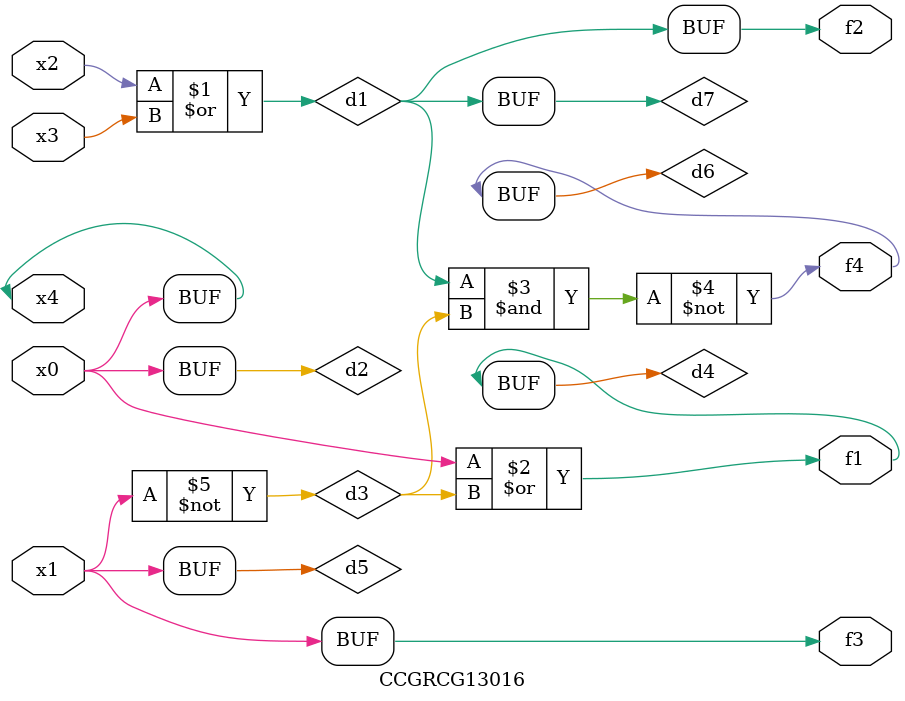
<source format=v>
module CCGRCG13016(
	input x0, x1, x2, x3, x4,
	output f1, f2, f3, f4
);

	wire d1, d2, d3, d4, d5, d6, d7;

	or (d1, x2, x3);
	buf (d2, x0, x4);
	not (d3, x1);
	or (d4, d2, d3);
	not (d5, d3);
	nand (d6, d1, d3);
	or (d7, d1);
	assign f1 = d4;
	assign f2 = d7;
	assign f3 = d5;
	assign f4 = d6;
endmodule

</source>
